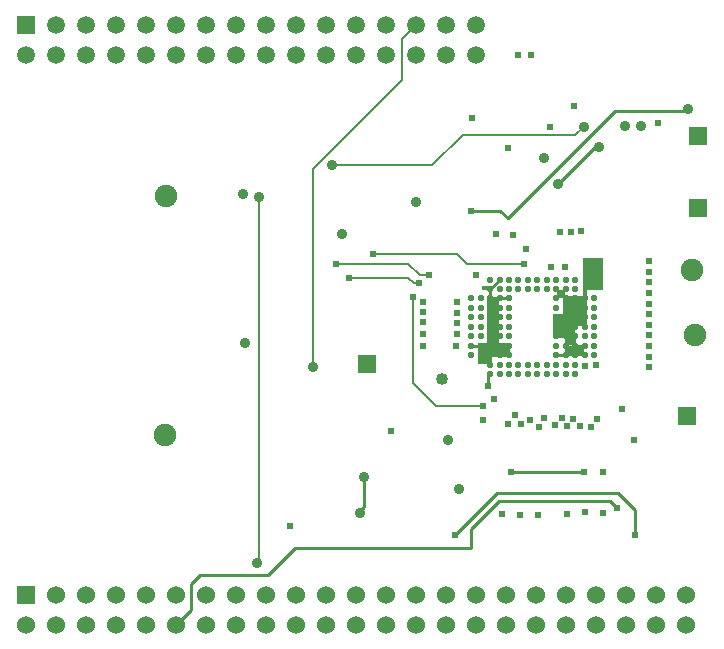
<source format=gbl>
G04 Layer_Physical_Order=4*
G04 Layer_Color=16711680*
%FSLAX25Y25*%
%MOIN*%
G70*
G01*
G75*
%ADD23C,0.00600*%
%ADD24C,0.01000*%
%ADD62C,0.02200*%
%ADD63C,0.07500*%
%ADD64R,0.05906X0.05906*%
%ADD65C,0.04000*%
%ADD66C,0.05906*%
%ADD67R,0.06000X0.06000*%
%ADD68C,0.06000*%
%ADD69C,0.02400*%
%ADD70C,0.03600*%
%ADD75R,0.08425X0.10433*%
%ADD76R,0.07323X0.08110*%
%ADD77R,0.10827X0.05079*%
%ADD78R,0.05118X0.03150*%
%ADD79R,0.01811X0.06772*%
%ADD80R,0.03740X0.01811*%
%ADD81R,0.06732X0.10591*%
%ADD82R,0.04134X0.15748*%
%ADD83R,0.06299X0.03150*%
%ADD84R,0.03150X0.03150*%
D23*
X140787Y91929D02*
Y120346D01*
X141102Y125157D02*
X142835D01*
X148465Y84252D02*
X164173D01*
X139402Y126858D02*
X141102Y125157D01*
X119558Y126858D02*
X139402D01*
X115227Y131582D02*
X139244D01*
X137126Y206422D02*
X142000Y211297D01*
X166408Y126584D02*
X166575Y126417D01*
X137126Y192677D02*
Y206422D01*
X107609Y97004D02*
Y163160D01*
X137126Y192677D01*
X113819Y164370D02*
X147402D01*
X89724Y32362D02*
Y153740D01*
X89016Y31653D02*
X89724Y32362D01*
X139244Y131582D02*
X143110Y127717D01*
X146181D01*
X158794Y131575D02*
X178071D01*
X191811Y101102D02*
X194961D01*
X198110D01*
X191811D02*
Y104252D01*
Y107402D01*
X194961Y104252D02*
Y107402D01*
Y104252D02*
X198110D01*
X140787Y91929D02*
X148465Y84252D01*
X147402Y164370D02*
X157431Y174400D01*
X195069D01*
X197823Y177154D01*
X127700Y134700D02*
X155669D01*
X158794Y131575D01*
D24*
X124563Y50320D02*
Y60583D01*
X189243Y158094D02*
X202235Y171086D01*
X123680Y49437D02*
X124563Y50320D01*
X123680Y49437D02*
X123731Y49385D01*
X165791Y90828D02*
Y94137D01*
X166575Y94921D01*
X172582Y146677D02*
X208347Y182441D01*
X232047D01*
X232441Y182047D01*
X154991Y41165D02*
X168827Y55001D01*
X188738Y101105D02*
X191656D01*
X188622Y101221D02*
X188738Y101105D01*
X166575Y120118D02*
Y123268D01*
X169764Y126299D02*
X169764D01*
X166614Y123150D02*
X169764Y126299D01*
X166575Y120118D02*
X169724D01*
X169764Y120000D02*
X172913D01*
X169968Y149291D02*
X172582Y146677D01*
X160197Y149291D02*
X169968D01*
X191656Y101105D02*
X191772Y101221D01*
X160315Y104252D02*
X163465D01*
X173630Y62031D02*
X198080D01*
X168827Y55001D02*
X209299D01*
X214833Y49466D01*
Y41165D02*
Y49466D01*
X206700Y52400D02*
X208800Y50300D01*
X169700Y52400D02*
X206700D01*
X160400Y43100D02*
X169700Y52400D01*
X160400Y36900D02*
Y43100D01*
X101700Y36900D02*
X160400D01*
X67000Y16300D02*
Y24700D01*
X62000Y11300D02*
X67000Y16300D01*
Y24700D02*
X70000Y27700D01*
X92500D01*
X101700Y36900D01*
D62*
X191811Y94803D02*
D03*
X188661D02*
D03*
X185512D02*
D03*
X182362D02*
D03*
X179213D02*
D03*
X176063D02*
D03*
X172913D02*
D03*
X169764D02*
D03*
X166614D02*
D03*
X194961Y97953D02*
D03*
X191811D02*
D03*
X188661D02*
D03*
X185512D02*
D03*
X182362D02*
D03*
X179213D02*
D03*
X176063D02*
D03*
X172913D02*
D03*
X169764D02*
D03*
X166614D02*
D03*
X201260Y101102D02*
D03*
X198110D02*
D03*
X194961D02*
D03*
X191811D02*
D03*
X188661D02*
D03*
X172913D02*
D03*
X169764D02*
D03*
X166614D02*
D03*
X163465D02*
D03*
X160315D02*
D03*
X201260Y104252D02*
D03*
X198110D02*
D03*
X194961D02*
D03*
X191811D02*
D03*
X188661D02*
D03*
X172913D02*
D03*
X169764D02*
D03*
X166614D02*
D03*
X163465D02*
D03*
X160315D02*
D03*
X201260Y107402D02*
D03*
X198110D02*
D03*
X194961D02*
D03*
X191811D02*
D03*
X188661D02*
D03*
X172913D02*
D03*
X169764D02*
D03*
X166614D02*
D03*
X163465D02*
D03*
X160315D02*
D03*
X201260Y110551D02*
D03*
X198110D02*
D03*
X194961D02*
D03*
X191811D02*
D03*
X188661D02*
D03*
X172913D02*
D03*
X169764D02*
D03*
X166614D02*
D03*
X163465D02*
D03*
X160315D02*
D03*
X201260Y113701D02*
D03*
X198110D02*
D03*
X194961D02*
D03*
X191811D02*
D03*
X188661D02*
D03*
X172913D02*
D03*
X169764D02*
D03*
X166614D02*
D03*
X163465D02*
D03*
X160315D02*
D03*
X201260Y116850D02*
D03*
X198110D02*
D03*
X194961D02*
D03*
X191811D02*
D03*
X188661D02*
D03*
X172913D02*
D03*
X169764D02*
D03*
X166614D02*
D03*
X163465D02*
D03*
X160315D02*
D03*
X201260Y120000D02*
D03*
X198110D02*
D03*
X194961D02*
D03*
X191811D02*
D03*
X188661D02*
D03*
X172913D02*
D03*
X169764D02*
D03*
X166614D02*
D03*
X163465D02*
D03*
X160315D02*
D03*
X194961Y123150D02*
D03*
X191811D02*
D03*
X188661D02*
D03*
X185512D02*
D03*
X182362D02*
D03*
X179213D02*
D03*
X176063D02*
D03*
X172913D02*
D03*
X169764D02*
D03*
X166614D02*
D03*
X194961Y126299D02*
D03*
X191811D02*
D03*
X188661D02*
D03*
X185512D02*
D03*
X182362D02*
D03*
X179213D02*
D03*
X176063D02*
D03*
X172913D02*
D03*
X169764D02*
D03*
X166614D02*
D03*
X194961Y94803D02*
D03*
D63*
X58480Y154130D02*
D03*
X234980Y107730D02*
D03*
X234080Y129430D02*
D03*
X58280Y74630D02*
D03*
D64*
X235900Y150000D02*
D03*
Y174300D02*
D03*
X232400Y80700D02*
D03*
X125630Y98150D02*
D03*
X12000Y211297D02*
D03*
D65*
X201142Y130354D02*
D03*
X150748Y93228D02*
D03*
X201102Y125000D02*
D03*
D66*
X12000Y201297D02*
D03*
X22000Y211297D02*
D03*
Y201297D02*
D03*
X32000Y211297D02*
D03*
Y201297D02*
D03*
X42000Y211297D02*
D03*
Y201297D02*
D03*
X52000Y211297D02*
D03*
Y201297D02*
D03*
X62000Y211297D02*
D03*
Y201297D02*
D03*
X72000Y211297D02*
D03*
Y201297D02*
D03*
X82000Y211297D02*
D03*
Y201297D02*
D03*
X92000Y211297D02*
D03*
Y201297D02*
D03*
X102000Y211297D02*
D03*
Y201297D02*
D03*
X112000Y211297D02*
D03*
Y201297D02*
D03*
X122000Y211297D02*
D03*
Y201297D02*
D03*
X132000Y211297D02*
D03*
Y201297D02*
D03*
X142000Y211297D02*
D03*
Y201297D02*
D03*
X152000Y211297D02*
D03*
Y201297D02*
D03*
X162000Y211297D02*
D03*
Y201297D02*
D03*
D67*
X12000Y21300D02*
D03*
D68*
Y11300D02*
D03*
X92000Y21300D02*
D03*
X82000Y11300D02*
D03*
Y21300D02*
D03*
X62000D02*
D03*
X72000Y11300D02*
D03*
X62000D02*
D03*
X102000Y21300D02*
D03*
X72000D02*
D03*
X92000Y11300D02*
D03*
X132000D02*
D03*
X52000Y21300D02*
D03*
X42000D02*
D03*
Y11300D02*
D03*
X52000D02*
D03*
X142000D02*
D03*
Y21300D02*
D03*
X152000D02*
D03*
Y11300D02*
D03*
X232000Y21300D02*
D03*
X222000Y11300D02*
D03*
X212000Y21300D02*
D03*
Y11300D02*
D03*
X202000Y21300D02*
D03*
Y11300D02*
D03*
X192000D02*
D03*
X182000D02*
D03*
X172000D02*
D03*
X182000Y21300D02*
D03*
X172000D02*
D03*
X162000D02*
D03*
Y11300D02*
D03*
X32000Y21300D02*
D03*
Y11300D02*
D03*
X102000D02*
D03*
X132000Y21300D02*
D03*
X122000Y11300D02*
D03*
X192000Y21300D02*
D03*
X232000Y11300D02*
D03*
X222000Y21300D02*
D03*
X112000D02*
D03*
X122000D02*
D03*
X112000Y11300D02*
D03*
X22000Y21300D02*
D03*
Y11300D02*
D03*
D69*
X144370Y115512D02*
D03*
Y118858D02*
D03*
X155300Y104134D02*
D03*
X155532Y111911D02*
D03*
X155521Y115211D02*
D03*
X140787Y120346D02*
D03*
X155511Y118869D02*
D03*
X144370Y112008D02*
D03*
Y108189D02*
D03*
X142835Y125157D02*
D03*
X164173Y84252D02*
D03*
X179842Y79500D02*
D03*
X182800Y77300D02*
D03*
X155421Y108003D02*
D03*
X154991Y41165D02*
D03*
X214833Y41165D02*
D03*
X219443Y114764D02*
D03*
Y128937D02*
D03*
Y100591D02*
D03*
Y97047D02*
D03*
Y107677D02*
D03*
Y104134D02*
D03*
X173630Y62031D02*
D03*
X219443Y111221D02*
D03*
Y118307D02*
D03*
Y121850D02*
D03*
X115227Y131582D02*
D03*
X119558Y126858D02*
D03*
X168032Y86339D02*
D03*
X165791Y90828D02*
D03*
X222520Y178532D02*
D03*
X194528Y184016D02*
D03*
X100039Y44094D02*
D03*
X204095Y48583D02*
D03*
X182550Y47904D02*
D03*
X192393Y48237D02*
D03*
X164331Y79331D02*
D03*
X175984Y201024D02*
D03*
X161811Y127717D02*
D03*
X146181D02*
D03*
X178071Y131575D02*
D03*
X160197Y149291D02*
D03*
X174252Y141024D02*
D03*
X168504Y141425D02*
D03*
X189803Y142165D02*
D03*
X193465D02*
D03*
X197008Y142362D02*
D03*
X144370Y104252D02*
D03*
X198298Y48963D02*
D03*
X176645Y47745D02*
D03*
X170700Y48200D02*
D03*
X186600Y177154D02*
D03*
X172700Y170300D02*
D03*
X160600Y180200D02*
D03*
X180300Y201297D02*
D03*
X186969Y130591D02*
D03*
X191693D02*
D03*
X198400Y97613D02*
D03*
X201900Y97700D02*
D03*
X198080Y62031D02*
D03*
X200135Y77200D02*
D03*
X194300Y79748D02*
D03*
X202235Y79800D02*
D03*
X196600Y77400D02*
D03*
X190700Y80000D02*
D03*
X192393Y77391D02*
D03*
X188100Y77800D02*
D03*
X178520Y136500D02*
D03*
X133750Y75682D02*
D03*
X127700Y134700D02*
D03*
X184700Y80000D02*
D03*
X176900Y78100D02*
D03*
X174800Y81000D02*
D03*
X172700Y78300D02*
D03*
X208800Y50300D02*
D03*
X204204Y62100D02*
D03*
X214600Y72900D02*
D03*
X219443Y125394D02*
D03*
Y132480D02*
D03*
X210600Y83200D02*
D03*
D70*
X84244Y154690D02*
D03*
X216885Y177483D02*
D03*
X211741Y177639D02*
D03*
X203013Y170625D02*
D03*
X123389Y48364D02*
D03*
X124563Y60583D02*
D03*
X84912Y105204D02*
D03*
X117196Y141425D02*
D03*
X184519Y166756D02*
D03*
X141999Y152189D02*
D03*
X189243Y158094D02*
D03*
X152629Y72661D02*
D03*
X107609Y97004D02*
D03*
X113819Y164370D02*
D03*
X197823Y177154D02*
D03*
X232638Y182992D02*
D03*
X89016Y31653D02*
D03*
X89724Y153740D02*
D03*
X156102Y56417D02*
D03*
D75*
X195039Y115886D02*
D03*
D76*
X191260Y110709D02*
D03*
D77*
X167776Y102854D02*
D03*
D78*
X164961Y99646D02*
D03*
D79*
X198307Y123268D02*
D03*
D80*
X165453Y123386D02*
D03*
D81*
X200807Y128091D02*
D03*
D82*
X167657Y112244D02*
D03*
D83*
X194961Y102677D02*
D03*
D84*
X193386Y105827D02*
D03*
X190236Y121575D02*
D03*
M02*

</source>
